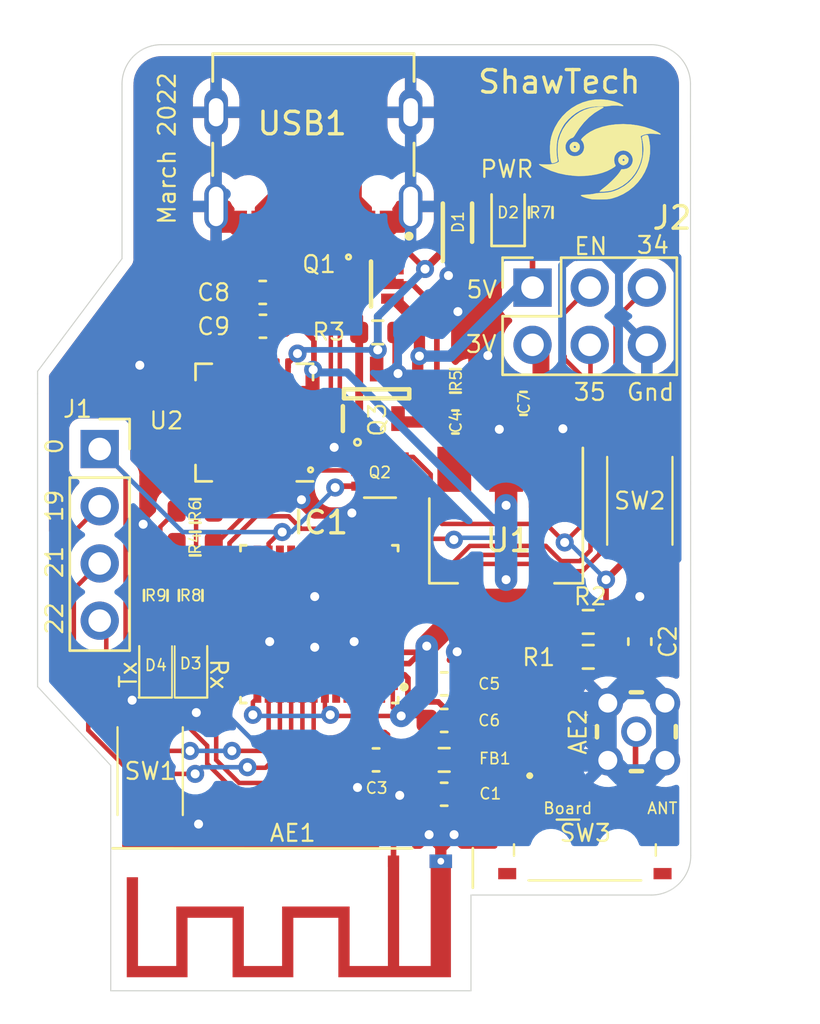
<source format=kicad_pcb>
(kicad_pcb (version 20211014) (generator pcbnew)
  (layers (0 "F.Cu" signal) (31 "B.Cu" signal) (34 "B.Paste" user) (35 "F.Paste" user) (36 "B.SilkS" user "B.Silkscreen") (37 "F.SilkS" user "F.Silkscreen") (38 "B.Mask" user) (39 "F.Mask" user) (44 "Edge.Cuts" user))
  (net 0 "")
  (net 1 "ANT")
  (net 2 "Net-(C3-Pad2)")
  (net 3 "EN")
  (net 4 "+3V3")
  (net 5 "Net-(IC1-Pad9)")
  (net 6 "GND")
  (net 7 "Net-(Q1-Pad3)")
  (net 8 "P2")
  (net 9 "Net-(AE1-Pad1)")
  (net 10 "RTS")
  (net 11 "DTR")
  (net 12 "GPIO0")
  (net 13 "VCC")
  (net 16 "D+")
  (net 17 "D-")
  (net 18 "P1")
  (net 39 "IO34")
  (net 40 "IO35")
  (net 43 "GPIO25")
  (net 44 "GPIO26")
  (net 45 "GPI027")
  (net 46 "GPI014")
  (net 47 "GPI012")
  (net 48 "GPI013")
  (net 49 "GPI015")
  (net 51 "GPIO4")
  (net 62 "GPIO18")
  (net 63 "GPIO23")
  (net 64 "GPIO19")
  (net 65 "GPIO22")
  (net 66 "GPIO21")
  (net 71 "Net-(D1-Pad2)")
  (net 72 "TXRX-")
  (net 73 "TXRX+")
  (net 74 "Net-(U2-Pad25)")
  (net 75 "Net-(D2-Pad1)")
  (net 76 "Net-(D4-Pad2)")
  (net 77 "Net-(D3-Pad2)")
  (net 78 "Net-(U2-Pad26)")
  (net 85 "Net-(SW3-PadC1)")
  (footprint "Merlin:DIODE_SOD2513X120N" (layer "F.Cu") (at 131.9 94.4 90)
    (fp_text reference "D1")
    (fp_text value "TBD" hide)
  )
  (footprint "Merlin:ESP32-PICO-D4-PQFN50P700X700X104-49N" (layer "F.Cu") (at 125.7625 112.225 180)
    (fp_text reference "IC1")
    (fp_text value "ESP32-PICO-D4" hide)
  )
  (footprint "Merlin:BCM857BS_SOT65P210X110-6N" (layer "F.Cu") (at 128.06 97.125)
    (fp_text reference "Q1")
    (fp_text value "BCM857BS" hide)
  )
  (footprint "Resistor_SMD:R_0603_1608Metric" (layer "F.Cu") (at 137.709022 112.125 180)
    (fp_text reference "R2")
    (fp_text value "0" hide)
  )
  (footprint "Capacitor_SMD:C_0603_1608Metric" (layer "F.Cu") (at 128.285 118.25)
    (fp_text reference "C3")
    (fp_text value "TBD" hide)
  )
  (footprint "Resistor_SMD:R_0603_1608Metric" (layer "F.Cu") (at 120.05 110.95 90)
    (fp_text reference "R8")
    (fp_text value "1K" hide)
  )
  (footprint "Capacitor_SMD:C_0603_1608Metric" (layer "F.Cu") (at 140 113 -90)
    (fp_text reference "C2")
    (fp_text value ".1uF" hide)
  )
  (footprint "Merlin:CJ2301_SOT95P240X115-3N" (layer "F.Cu") (at 128.31 102 90)
    (fp_text reference "Q3")
    (fp_text value "AO3401A" hide)
  )
  (footprint "LED_SMD:LED_0603_1608Metric" (layer "F.Cu") (at 118.5 114 90)
    (fp_text reference "D4")
    (fp_text value "Green" hide)
  )
  (footprint "Merlin:Switch_SKRKAEE020" (layer "F.Cu") (at 140 106.75 90)
    (fp_text reference "SW2")
    (fp_text value "EN" hide)
  )
  (footprint "Merlin:SAMTEC_MMCX-P-P-H-RA-TH1" (layer "F.Cu") (at 139.8475 117 90)
    (fp_text reference "AE2")
    (fp_text value " ")
  )
  (footprint "Resistor_SMD:R_0603_1608Metric" (layer "F.Cu") (at 137.709022 113.675 180)
    (fp_text reference "R1")
    (fp_text value "10K" hide)
  )
  (footprint "Package_TO_SOT_SMD:SOT-363_SC-70-6" (layer "F.Cu") (at 128.46 105.45)
    (fp_text reference "Q2")
    (fp_text value "UMH3N" hide)
  )
  (footprint "Capacitor_SMD:C_0603_1608Metric" (layer "F.Cu") (at 123.26 99)
    (fp_text reference "C9")
    (fp_text value "100nF" hide)
  )
  (footprint "Resistor_SMD:R_0603_1608Metric" (layer "F.Cu") (at 131.81 101.425)
    (fp_text reference "R5")
    (fp_text value "10K" hide)
  )
  (footprint "Capacitor_SMD:C_0603_1608Metric" (layer "F.Cu") (at 131.31 114.875 180)
    (fp_text reference "C5")
    (fp_text value "TBD" hide)
  )
  (footprint "Connector_PinSocket_2.54mm:PinSocket_1x04_P2.54mm_Vertical" (layer "F.Cu") (at 116.009022 104.45)
    (fp_text reference "J1")
    (fp_text value "Conn_01x04" hide)
  )
  (footprint "Resistor_SMD:R_0603_1608Metric" (layer "F.Cu") (at 120.25 108.65)
    (fp_text reference "R4")
    (fp_text value "470" hide)
  )
  (footprint "Package_DFN_QFN:QFN-28-1EP_5x5mm_P0.5mm_EP3.35x3.35mm" (layer "F.Cu") (at 122.875 103.275 180)
    (fp_text reference "U2")
    (fp_text value "CP2102N-Axx-xQFN28" hide)
  )
  (footprint "Capacitor_SMD:C_0603_1608Metric" (layer "F.Cu") (at 131.31 116.5 180)
    (fp_text reference "C6")
    (fp_text value "TBD" hide)
  )
  (footprint "Merlin:Switch_SKRKAEE020" (layer "F.Cu") (at 118.25 118.75 -90)
    (fp_text reference "SW1")
    (fp_text value "Boot" hide)
  )
  (footprint "Capacitor_SMD:C_0603_1608Metric" (layer "F.Cu") (at 134.834022 102.425)
    (fp_text reference "C7")
    (fp_text value "10uF" hide)
  )
  (footprint "LED_SMD:LED_0603_1608Metric" (layer "F.Cu") (at 120.05 114 90)
    (fp_text reference "D3")
    (fp_text value "Orange" hide)
  )
  (footprint "RF_Antenna:Texas_SWRA117D_2.4GHz_Right" (layer "F.Cu") (at 129.06 122.75 180)
    (fp_text reference "AE1")
    (fp_text value "Antenna_Dipole" hide)
  )
  (footprint "Resistor_SMD:R_0603_1608Metric" (layer "F.Cu") (at 120.25 107.2)
    (fp_text reference "R6")
    (fp_text value "0" hide)
  )
  (footprint "Merlin:MSK12C02" (layer "F.Cu") (at 137.56 122.25)
    (fp_text reference "SW3")
    (fp_text value "MSK12C02" hide)
  )
  (footprint "Capacitor_SMD:C_0603_1608Metric" (layer "F.Cu") (at 123.25 97.5)
    (fp_text reference "C8")
    (fp_text value "10uF" hide)
  )
  (footprint "Resistor_SMD:R_0603_1608Metric" (layer "F.Cu") (at 135.6 93.95 90)
    (fp_text reference "R7")
    (fp_text value "2K" hide)
  )
  (footprint "Resistor_SMD:R_0603_1608Metric" (layer "F.Cu") (at 128.36 99.275 180)
    (fp_text reference "R3")
    (fp_text value "47K" hide)
  )
  (footprint "Resistor_SMD:R_0603_1608Metric" (layer "F.Cu") (at 131.31 118.25 180)
    (fp_text reference "FB1")
    (fp_text value "FerriteBead" hide)
  )
  (footprint "LED_SMD:LED_0603_1608Metric" (layer "F.Cu") (at 134.15 93.95 90)
    (fp_text reference "D2")
    (fp_text value "LED" hide)
  )
  (footprint "Connector_PinSocket_2.54mm:PinSocket_2x03_P2.54mm_Vertical" (layer "F.Cu") (at 135.234022 97.285 90)
    (fp_text reference "J2")
    (fp_text value "Conn_01x06" hide)
  )
  (footprint "Package_TO_SOT_SMD:SOT-223-3_TabPin2" (layer "F.Cu") (at 134.06 108.5 -90)
    (fp_text reference "U1")
    (fp_text value "AMS1117" hide)
  )
  (footprint "Merlin:USBC_HRO_TYPE-C-31-M-12" (layer "F.Cu") (at 125.5 89.5 180)
    (fp_text reference "USB1")
    (fp_text value " ")
  )
  (footprint "Resistor_SMD:R_0603_1608Metric" (layer "F.Cu") (at 118.5 110.95 -90)
    (fp_text reference "R9")
    (fp_text value "1K" hide)
  )
  (footprint "Capacitor_SMD:C_0603_1608Metric" (layer "F.Cu") (at 131.81 103.25 180)
    (fp_text reference "C4")
    (fp_text value "10uF" hide)
  )
  (footprint "Merlin:ShawTech" (layer "F.Cu") (at 138.096217 91.131605)
    (fp_text reference "G***" hide)
    (fp_text value "LOGO" hide)
  )
  (footprint "Capacitor_SMD:C_0603_1608Metric" (layer "F.Cu") (at 131.31 119.775)
    (fp_text reference "C1")
    (fp_text value "TBD" hide)
  )
  (gr_line (start 116.584022 122.175) (end 129.89 122.18) (layer "F.SilkS") (width 0.12))
  (gr_line (start 132.584022 122.175) (end 132.584022 123.925) (layer "F.SilkS") (width 0.12))
  (gr_line (start 113.25 102) (end 113.25 101) (layer "Edge.Cuts") (width 0.05))
  (gr_line (start 116.5 128.5) (end 116.5 120.75) (layer "Edge.Cuts") (width 0.05))
  (gr_line (start 117 90.25) (end 117 88.25) (layer "Edge.Cuts") (width 0.05))
  (gr_line (start 113.25 115) (end 113.25 102) (layer "Edge.Cuts") (width 0.05))
  (gr_arc (start 140.5 86.5) (mid 141.737437 87.012563) (end 142.25 88.25) (layer "Edge.Cuts") (width 0.05))
  (gr_line (start 116.5 120.75) (end 116.5 118.5) (layer "Edge.Cuts") (width 0.05))
  (gr_arc (start 142.262563 122.5) (mid 141.75 123.737437) (end 140.512563 124.25) (layer "Edge.Cuts") (width 0.05))
  (gr_line (start 142.25 88.25) (end 142.262563 122.5) (layer "Edge.Cuts") (width 0.05))
  (gr_line (start 117 90.25) (end 117 96) (layer "Edge.Cuts") (width 0.05))
  (gr_line (start 116.81 96.25) (end 113.25 101) (layer "Edge.Cuts") (width 0.05))
  (gr_line (start 118.75 86.5) (end 140.5 86.5) (layer "Edge.Cuts") (width 0.05))
  (gr_line (start 117 96) (end 116.81 96.25) (layer "Edge.Cuts") (width 0.05))
  (gr_line (start 140.512563 124.25) (end 132.5 124.25) (layer "Edge.Cuts") (width 0.05))
  (gr_line (start 132.5 128.5) (end 116.5 128.5) (layer "Edge.Cuts") (width 0.05))
  (gr_line (start 116.5 118.5) (end 113.25 115) (layer "Edge.Cuts") (width 0.05))
  (gr_line (start 132.5 124.25) (end 132.5 128.5) (layer "Edge.Cuts") (width 0.05))
  (gr_arc (start 117 88.25) (mid 117.512563 87.012563) (end 118.75 86.5) (layer "Edge.Cuts") (width 0.05))
  (gr_text "Rx" (at 121.3 113.7 270) (layer "F.SilkS") (effects (font (size 0.75 0.75) (thickness 0.1)) (justify left)))
  (gr_text "3V" (at 132.209022 99.8) (layer "F.SilkS") (effects (font (size 0.75 0.75) (thickness 0.1)) (justify left)))
  (gr_text "Gnd" (at 139.359022 101.925) (layer "F.SilkS") (effects (font (size 0.75 0.75) (thickness 0.1)) (justify left)))
  (gr_text "5V" (at 132.234022 97.375) (layer "F.SilkS") (effects (font (size 0.75 0.75) (thickness 0.1)) (justify left)))
  (gr_text "EN" (at 137.025 95.45) (layer "F.SilkS") (effects (font (size 0.75 0.75) (thickness 0.1)) (justify left)))
  (gr_text "PWR" (at 132.85 92.025) (layer "F.SilkS") (effects (font (size 0.75 0.75) (thickness 0.1)) (justify left)))
  (gr_text "Tx" (at 117.275 115.125 90) (layer "F.SilkS") (effects (font (size 0.75 0.75) (thickness 0.1)) (justify left)))
  (gr_text "34" (at 139.8 95.4) (layer "F.SilkS") (effects (font (size 0.75 0.75) (thickness 0.1)) (justify left)))
  (gr_text "21" (at 114 110.25 90) (layer "F.SilkS") (effects (font (size 0.75 0.75) (thickness 0.1)) (justify left)))
  (gr_text "35" (at 137 101.925) (layer "F.SilkS") (effects (font (size 0.75 0.75) (thickness 0.1)) (justify left)))
  (gr_text "ShawTech" (at 136.425 88.15) (layer "F.SilkS") (effects (font (size 1 1))))
  (gr_text "March 2022" (at 119 94.55 90) (layer "F.SilkS") (effects (font (size 0.75 0.75) (thickness 0.1)) (justify left)))
  (gr_text "Board" (at 136.8 120.4) (layer "F.SilkS") (effects (font (size 0.5 0.5) (thickness 0.075))))
  (gr_text "19" (at 114 107.75 90) (layer "F.SilkS") (effects (font (size 0.75 0.75) (thickness 0.1)) (justify left)))
  (gr_text "0" (at 114 104.75 90) (layer "F.SilkS") (effects (font (size 0.75 0.75) (thickness 0.1)) (justify left)))
  (gr_text "22" (at 114 112.75 90) (layer "F.SilkS") (effects (font (size 0.75 0.75) (thickness 0.1)) (justify left)))
  (gr_text "ANT" (at 141 120.4) (layer "F.SilkS") (effects (font (size 0.5 0.5) (thickness 0.075))))
  (segment (start 132.135 119.45) (end 132.085 119.5) (width 0.25) (layer "F.Cu") (net 1))
  (segment (start 132.135 119.725) (end 132.085 119.775) (width 0.5) (layer "F.Cu") (net 1))
  (segment (start 132.135 118.25) (end 132.135 119.725) (width 0.5) (layer "F.Cu") (net 1))
  (segment (start 138.31 119.935) (end 136.625 118.25) (width 0.3) (layer "F.Cu") (net 1))
  (segment (start 138.31 120.4) (end 138.31 119.935) (width 0.3) (layer "F.Cu") (net 1))
  (segment (start 132.135 118) (end 132.135 119.45) (width 0.25) (layer "F.Cu") (net 1))
  (segment (start 136.625 118.25) (end 132.135 118.25) (width 0.3) (layer "F.Cu") (net 1))
  (segment (start 129.55 114.475) (end 129.0275 114.475) (width 0.25) (layer "F.Cu") (net 2))
  (segment (start 130.485 118) (end 131.31 117.175) (width 0.25) (layer "F.Cu") (net 2))
  (segment (start 130 115.675) (end 129.7 115.375) (width 0.25) (layer "F.Cu") (net 2))
  (segment (start 129.085 118.25) (end 130.485 118.25) (width 0.5) (layer "F.Cu") (net 2))
  (segment (start 129.7 114.625) (end 129.55 114.475) (width 0.25) (layer "F.Cu") (net 2))
  (segment (start 129.7 115.375) (end 129.7 114.625) (width 0.25) (layer "F.Cu") (net 2))
  (segment (start 131.31 117.175) (end 131.31 115.935) (width 0.25) (layer "F.Cu") (net 2))
  (segment (start 131.31 115.935) (end 131.05 115.675) (width 0.25) (layer "F.Cu") (net 2))
  (segment (start 131.05 115.675) (end 130 115.675) (width 0.25) (layer "F.Cu") (net 2))
  (segment (start 136.624511 100.301144) (end 136.624511 98.434511) (width 0.2) (layer "F.Cu") (net 3))
  (segment (start 138.5 112.090978) (end 138.534022 112.125) (width 0.25) (layer "F.Cu") (net 3))
  (segment (start 140 108.85) (end 139.9 108.85) (width 0.3) (layer "F.Cu") (net 3))
  (segment (start 139.9 108.85) (end 138.5 110.25) (width 0.3) (layer "F.Cu") (net 3))
  (segment (start 137.409511 107.849511) (end 137.409511 101.200489) (width 0.2) (layer "F.Cu") (net 3))
  (segment (start 138.534022 112.125) (end 138.534022 113.675) (width 0.5) (layer "F.Cu") (net 3))
  (segment (start 130.710489 106.475489) (end 130.710489 105.575489) (width 0.2) (layer "F.Cu") (net 3))
  (segment (start 137.409511 101.200489) (end 136.659022 100.45) (width 0.2) (layer "F.Cu") (net 3))
  (segment (start 130.710489 105.575489) (end 129.935 104.8) (width 0.2) (layer "F.Cu") (net 3))
  (segment (start 130.710489 107.276467) (end 130.710489 106.475489) (width 0.2) (layer "F.Cu") (net 3))
  (segment (start 131.209022 107.775) (end 130.710489 107.276467) (width 0.2) (layer "F.Cu") (net 3))
  (segment (start 138.534022 113.675) (end 140.159022 113.675) (width 0.5) (layer "F.Cu") (net 3))
  (segment (start 136.659022 100.45) (end 136.659022 100.335655) (width 0.2) (layer "F.Cu") (net 3))
  (segment (start 136.624511 98.434511) (end 137.774022 97.285) (width 0.2) (layer "F.Cu") (net 3))
  (segment (start 135.83925 107.775) (end 131.209022 107.775) (width 0.2) (layer "F.Cu") (net 3))
  (segment (start 136.661636 108.597386) (end 135.83925 107.775) (width 0.2) (layer "F.Cu") (net 3))
  (segment (start 136.661636 108.597386) (end 137.409511 107.849511) (width 0.2) (layer "F.Cu") (net 3))
  (segment (start 129.935 104.8) (end 129.41 104.8) (width 0.2) (layer "F.Cu") (net 3))
  (segment (start 136.659022 100.335655) (end 136.624511 100.301144) (width 0.2) (layer "F.Cu") (net 3))
  (segment (start 138.5 110.25) (end 138.5 112.090978) (width 0.25) (layer "F.Cu") (net 3))
  (via (at 138.5 110.25) (size 0.8) (drill 0.4) (layers "F.Cu" "B.Cu") (net 3))
  (via (at 136.661636 108.597386) (size 0.8) (drill 0.4) (layers "F.Cu" "B.Cu") (net 3))
  (segment (start 136.661636 108.597386) (end 136.847386 108.597386) (width 0.2) (layer "B.Cu") (net 3))
  (segment (start 136.847386 108.597386) (end 138.5 110.25) (width 0.2) (layer "B.Cu") (net 3))
  (segment (start 136.661636 108.597386) (end 136.963194 108.597386) (width 0.2) (layer "B.Cu") (net 3))
  (segment (start 125.525 99.608562) (end 125.525 100.776) (width 0.25) (layer "F.Cu") (net 4))
  (segment (start 122.813 116.25) (end 122.813 115.6895) (width 0.2) (layer "F.Cu") (net 4))
  (segment (start 125.325 102.275) (end 125.345 102.275) (width 0.35) (layer "F.Cu") (net 4))
  (segment (start 130.26 113.475) (end 130.535 113.2) (width 0.25) (layer "F.Cu") (net 4))
  (segment (start 130.535 113.2) (end 131.0225 112.7125) (width 1) (layer "F.Cu") (net 4))
  (segment (start 127.5125 115.85936) (end 127.95157 116.29843) (width 0.2) (layer "F.Cu") (net 4))
  (segment (start 129.0275 114.975) (end 129.0275 115.9275) (width 0.2) (layer "F.Cu") (net 4))
  (segment (start 127.5125 115.49) (end 127.5125 115.85936) (width 0.2) (layer "F.Cu") (net 4))
  (segment (start 129.76 113.975) (end 130.535 113.2) (width 0.25) (layer "F.Cu") (net 4))
  (segment (start 134.06 113.175) (end 134.06 111.65) (width 0.5) (layer "F.Cu") (net 4))
  (segment (start 125.325 101.775) (end 125.325 101.095) (width 0.35) (layer "F.Cu") (net 4))
  (segment (start 126.212 116.29843) (end 127.95157 116.29843) (width 0.2) (layer "F.Cu") (net 4))
  (segment (start 136.884022 113.675) (end 134.56 113.675) (width 0.5) (layer "F.Cu") (net 4))
  (segment (start 129.0275 113.975) (end 129.76 113.975) (width 0.25) (layer "F.Cu") (net 4))
  (segment (start 125.6 101.04) (end 125.49 100.93) (width 0.35) (layer "F.Cu") (net 4))
  (segment (start 135.609022 100.2) (end 135.234022 99.825) (width 0.75) (layer "F.Cu") (net 4))
  (segment (start 131.0225 112.7125) (end 132.085 111.65) (width 1) (layer "F.Cu") (net 4))
  (segment (start 122.813 115.6895) (end 123.0125 115.49) (width 0.2) (layer "F.Cu") (net 4))
  (segment (start 131.699822 108.43548) (end 131.740288 108.475946) (width 0.2) (layer "F.Cu") (net 4))
  (segment (start 125.6 102.02) (end 125.6 101.04) (width 0.35) (layer "F.Cu") (net 4))
  (segment (start 124.035 99) (end 124.916438 99) (width 0.25) (layer "F.Cu") (net 4))
  (segment (start 127.95314 116.3) (end 129.41 116.3) (width 0.2) (layer "F.Cu") (net 4))
  (segment (start 129.41 116.3) (end 130.335 116.3) (width 0.2) (layer "F.Cu") (net 4))
  (segment (start 124.916438 99) (end 125.525 99.608562) (width 0.25) (layer "F.Cu") (net 4))
  (segment (start 135.609022 102.425) (end 135.609022 100.2) (width 0.75) (layer "F.Cu") (net 4))
  (segment (start 125.325 101.095) (end 125.49 100.93) (width 0.35) (layer "F.Cu") (net 4))
  (segment (start 134.06 105.35) (end 134.06 106.95) (width 1) (layer "F.Cu") (net 4))
  (segment (start 135.609022 103.15) (end 134.06 104.699022) (width 0.75) (layer "F.Cu") (net 4))
  (segment (start 125.345 102.275) (end 125.6 102.02) (width 0.35) (layer "F.Cu") (net 4))
  (segment (start 125.5125 108.96) (end 125.5125 108.644616) (width 0.2) (layer "F.Cu") (net 4))
  (segment (start 125.325 102.275) (end 125.325 101.775) (width 0.35) (layer "F.Cu") (net 4))
  (segment (start 130.335 116.3) (end 130.535 116.5) (width 0.2) (layer "F.Cu") (net 4))
  (segment (start 127.95157 116.29843) (end 127.95314 116.3) (width 0.2) (layer "F.Cu") (net 4))
  (segment (start 130.535 114.875) (end 130.535 113.2) (width 0.75) (layer "F.Cu") (net 4))
  (segment (start 129.0275 113.975) (end 129.0275 113.475) (width 0.25) (layer "F.Cu") (net 4))
  (segment (start 124.025 97.5) (end 124.025 98.99) (width 0.75) (layer "F.Cu") (net 4))
  (segment (start 129.0275 113.475) (end 130.26 113.475) (width 0.25) (layer "F.Cu") (net 4))
  (segment (start 125.5125 108.644616) (end 125.721636 108.43548) (width 0.2) (layer "F.Cu") (net 4))
  (segment (start 135.609022 102.425) (end 135.609022 103.15) (width 0.75) (layer "F.Cu") (net 4))
  (segment (start 124.025 98.99) (end 124.035 99) (width 0.75) (layer "F.Cu") (net 4))
  (segment (start 134.56 113.675) (end 134.06 113.175) (width 0.5) (layer "F.Cu") (net 4))
  (segment (start 125.721636 108.43548) (end 131.699822 108.43548) (width 0.2) (layer "F.Cu") (net 4))
  (segment (start 129.0275 115.9275) (end 129.4 116.3) (width 0.2) (layer "F.Cu") (net 4))
  (segment (start 126.0125 115.49) (end 126.0125 116.09893) (width 0.2) (layer "F.Cu") (net 4))
  (segment (start 134.06 104.699022) (end 134.06 105.35) (width 0.75) (layer "F.Cu") (net 4))
  (via (at 134.06 110.25) (size 0.8) (drill 0.4) (layers "F.Cu" "B.Cu") (net 4))
  (via (at 122.813 116.25) (size 0.8) (drill 0.4) (layers "F.Cu" "B.Cu") (net 4))
  (via (at 131.740288 108.475946) (size 0.8) (drill 0.4) (layers "F.Cu" "B.Cu") (net 4))
  (via (at 125.49 100.93) (size 0.8) (drill 0.4) (layers "F.Cu" "B.Cu") (net 4))
  (via (at 129.4 116.3) (size 0.8) (drill 0.4) (layers "F.Cu" "B.Cu") (net 4))
  (via (at 130.535 113.2) (size 0.8) (drill 0.4) (layers "F.Cu" "B.Cu") (net 4))
  (via (at 134.06 106.95) (size 0.8) (drill 0.4) (layers "F.Cu" "B.Cu") (net 4))
  (via (at 126.25 116.25) (size 0.8) (drill 0.4) (layers "F.Cu" "B.Cu") (net 4))
  (segment (start 134.06 106.95) (end 134.06 108.149022) (width 1) (layer "B.Cu") (net 4))
  (segment (start 133.4105 107.5995) (end 134.06 106.95) (width 0.2) (layer "B.Cu") (net 4))
  (segment (start 130.535 115.165) (end 129.4 116.3) (width 1) (layer "B.Cu") (net 4))
  (segment (start 134.06 109.675) (end 134.06 110.25) (width 1) (layer "B.Cu") (net 4))
  (segment (start 134.06 108.149022) (end 134.06 109.675) (width 1) (layer "B.Cu") (net 4))
  (segment (start 130.535 113.2) (end 130.535 115.165) (width 1) (layer "B.Cu") (net 4))
  (segment (start 131.825128 108.391106) (end 133.817916 108.391106) (width 0.2) (layer "B.Cu") (net 4))
  (segment (start 122.86143 116.29843) (end 122.813 116.25) (width 0.2) (layer "B.Cu") (net 4))
  (segment (start 126.985 101.05) (end 133.685 107.75) (width 0.35) (layer "B.Cu") (net 4))
  (segment (start 133.817916 108.391106) (end 134.06 108.149022) (width 0.2) (layer "B.Cu") (net 4))
  (segment (start 126.985 101.05) (end 125.61 101.05) (width 0.35) (layer "B.Cu") (net 4))
  (segment (start 126.212 116.29843) (end 122.86143 116.29843) (width 0.2) (layer "B.Cu") (net 4))
  (segment (start 125.61 101.05) (end 125.49 100.93) (width 0.35) (layer "B.Cu") (net 4))
  (segment (start 129.0275 110.975) (end 131.36049 110.975) (width 0.2) (layer "F.Cu") (net 5))
  (segment (start 131.36049 110.975) (end 131.842745 110.492745) (width 0.2) (layer "F.Cu") (net 5))
  (segment (start 136.884022 110.975) (end 136.884022 112.125) (width 0.2) (layer "F.Cu") (net 5))
  (segment (start 135.459511 109.550489) (end 135.796522 109.8875) (width 0.2) (layer "F.Cu") (net 5))
  (segment (start 132.785001 109.550489) (end 135.459511 109.550489) (width 0.2) (layer "F.Cu") (net 5))
  (segment (start 131.842745 110.492745) (end 132.785001 109.550489) (width 0.2) (layer "F.Cu") (net 5))
  (segment (start 135.796522 109.8875) (end 136.884022 110.975) (width 0.2) (layer "F.Cu") (net 5))
  (segment (start 125.56 107.29) (end 124.972378 106.702378) (width 0.5) (layer "F.Cu") (net 6))
  (segment (start 136.56 105.55) (end 136.36 105.35) (width 1) (layer "F.Cu") (net 6))
  (segment (start 133.759022 103.575) (end 133.434022 103.25) (width 0.35) (layer "F.Cu") (net 6))
  (segment (start 129.185 99.275) (end 129.185 101.025) (width 0.35) (layer "F.Cu") (net 6))
  (segment (start 131.885 113.45) (end 131.885 114.675) (width 0.3) (layer "F.Cu") (net 6))
  (segment (start 117.94 107.79) (end 117.94 106.445) (width 0.25) (layer "F.Cu") (net 6))
  (segment (start 132.585 103.25) (end 132.585 101.475) (width 0.35) (layer "F.Cu") (net 6))
  (segment (start 125.325 103.775) (end 125.825 103.775) (width 0.2) (layer "F.Cu") (net 6))
  (segment (start 131.16 122.09) (end 130.64 121.57) (width 0.5) (layer "F.Cu") (net 6))
  (segment (start 136.51 105.5) (end 136.36 105.35) (width 1) (layer "F.Cu") (net 6))
  (segment (start 131.16 122.09) (end 131.23 122.09) (width 0.5) (layer "F.Cu") (net 6))
  (segment (start 123.375 103.775) (end 122.875 103.275) (width 0.2) (layer "F.Cu") (net 6))
  (segment (start 125.825 103.775) (end 126.425 104.375) (width 0.2) (layer "F.Cu") (net 6))
  (segment (start 127.46 118.3) (end 127.51 118.25) (width 0.5) (layer "F.Cu") (net 6))
  (segment (start 122.25 94.595) (end 122.095 94.595) (width 0.25) (layer "F.Cu") (net 6))
  (segment (start 128.905 94.595) (end 128.824511 94.595) (width 0.75) (layer "F.Cu") (net 6))
  (segment (start 118.5 114.7875) (end 118.5 115.225) (width 0.25) (layer "F.Cu") (net 6))
  (segment (start 136.584022 103.55) (end 136.584022 105.125978) (width 0.5) (layer "F.Cu") (net 6))
  (segment (start 127.46 119.475) (end 127.46 118.3) (width 0.5) (layer "F.Cu") (net 6))
  (segment (start 127.21 107.29) (end 125.56 107.29) (width 0.5) (layer "F.Cu") (net 6))
  (segment (start 131.885 114.675) (end 132.085 114.875) (width 0.3) (layer "F.Cu") (net 6))
  (segment (start 118.125 115.6) (end 117.45 115.6) (width 0.25) (layer "F.Cu") (net 6))
  (segment (start 132.585 101.475) (end 132.635 101.425) (width 0.35) (layer "F.Cu") (net 6))
  (segment (start 122.56 98.575) (end 122.485 98.65) (width 0.5) (layer "F.Cu") (net 6))
  (segment (start 131.23 122.09) (end 131.75 121.57) (width 0.5) (layer "F.Cu") (net 6))
  (segment (start 122.095 94.595) (end 122.175489 94.595) (width 0.75) (layer "F.Cu") (net 6))
  (segment (start 131.16 122.75) (end 131.16 122.09) (width 0.5) (layer "F.Cu") (net 6))
  (segment (start 129.335 119.825) (end 130.485 119.825) (width 0.5) (layer "F.Cu") (net 6))
  (segment (start 134.059022 103.275) (end 133.759022 103.575) (width 0.35) (layer "F.Cu") (net 6))
  (segment (start 132.085 114.875) (end 132.085 116.5) (width 0.5) (layer "F.Cu") (net 6))
  (segment (start 130.485 119.825) (end 130.535 119.775) (width 0.5) (layer "F.Cu") (net 6))
  (segment (start 121.18 93.68) (end 122.095 94.595) (width 0.75) (layer "F.Cu") (net 6))
  (segment (start 134.059022 102.425) (end 134.059022 103.275) (width 0.35) (layer "F.Cu") (net 6))
  (segment (start 129.82 93.68) (end 128.905 94.595) (width 0.75) (layer "F.Cu") (net 6))
  (segment (start 120.3 116.15) (end 120.3 114.9375) (width 0.2) (layer "F.Cu") (net 6))
  (segment (start 136.584022 105.125978) (end 136.36 105.35) (width 0.5) (layer "F.Cu") (net 6))
  (segment (start 129.185 101.025) (end 129.26 101.1) (width 0.35) (layer "F.Cu") (net 6))
  (segment (start 133.434022 103.25) (end 132.585 103.25) (width 0.35) (layer "F.Cu") (net 6))
  (segment (start 125.325 103.775) (end 123.375 103.775) (width 0.2) (layer "F.Cu") (net 6))
  (segment (start 118.5 115.225) (end 118.125 115.6) (width 0.25) (layer "F.Cu") (net 6))
  (via (at 129.26 101.1) (size 0.8) (drill 0.4) (layers "F.Cu" "B.Cu") (net 6))
  (via (at 123.56 113) (size 0.8) (drill 0.4) (layers "F.Cu" "B.Cu") (net 6))
  (via (at 117.79 100.73) (size 0.8) (drill 0.4) (layers "F.Cu" "B.Cu") (net 6))
  (via (at 117.45 115.6) (size 0.8) (drill 0.4) (layers "F.Cu" "B.Cu") (net 6))
  (via (at 124.972378 106.702378) (size 0.8) (drill 0.4) (layers "F.Cu" "B.Cu") (net 6))
  (via (at 127.46 119.475) (size 0.8) (drill 0.4) (layers "F.Cu" "B.Cu") (net 6))
  (via (at 140 111) (size 0.8) (drill 0.4) (layers "F.Cu" "B.Cu") (net 6))
  (via (at 136.584022 103.55) (size 0.8) (drill 0.4) (layers "F.Cu" "B.Cu") (net 6))
  (via (at 117.94 107.79) (size 0.8) (drill 0.4) (layers "F.Cu" "B.Cu") (net 6))
  (via (at 130.64 121.57) (size 0.8) (drill 0.4) (layers "F.Cu" "B.Cu") (net 6))
  (via (at 120.3 116.15) (size 0.8) (drill 0.4) (layers "F.Cu" "B.Cu") (net 6))
  (via (at 127.31 113) (size 0.8) (drill 0.4) (layers "F.Cu" "B.Cu") (net 6))
  (via (at 125.56 111) (size 0.8) (drill 0.4) (layers "F.Cu" "B.Cu") (net 6))
  (via (at 131.885 113.45) (size 0.8) (drill 0.4) (layers "F.Cu" "B.Cu") (net 6))
  (via (at 133.759022 103.575) (size 0.8) (drill 0.4) (layers "F.Cu" "B.Cu") (net 6))
  (via (at 131.92 98.35) (size 0.8) (drill 0.4) (layers "F.Cu" "B.Cu") (net 6))
  (via (at 125.56 113.25) (size 0.8) (drill 0.4) (layers "F.Cu" "B.Cu") (net 6))
  (via (at 129.335 119.825) (size 0.8) (drill 0.4) (layers "F.Cu" "B.Cu") (net 6))
  (via (at 126.425 104.375) (size 0.8) (drill 0.4) (layers "F.Cu" "B.Cu") (net 6))
  (via (at 127.21 107.29) (size 0.8) (drill 0.4) (layers "F.Cu" "B.Cu") (net 6))
  (via (at 131.75 121.57) (size 0.8) (drill 0.4) (layers "F.Cu" "B.Cu") (net 6))
  (via (at 120.4 121.1) (size 0.8) (drill 0.4) (layers "F.Cu" "B.Cu") (net 6))
  (via (at 133.25 100.3) (size 0.8) (drill 0.4) (layers "F.Cu" "B.Cu") (net 6))
  (via (at 131.5 96.75) (size 0.8) (drill 0.4) (layers "F.Cu" "B.Cu") (net 6))
  (segment (start 140 95.65) (end 141.375 95.65) (width 0.35) (layer "B.Cu") (net 6))
  (segment (start 121.58 93.13) (end 121.21 93.5) (width 0.5) (layer "B.Cu") (net 6))
  (segment (start 140.443501 115.056001) (end 141.1175 115.73) (width 1) (layer "B.Cu") (net 6))
  (segment (start 122.95 117.525) (end 126.65 117.525) (width 0.2) (layer "B.Cu") (net 6))
  (segment (start 132.45 101.1) (end 129.26 101.1) (width 0.35) (layer "B.Cu") (net 6))
  (segment (start 141.1175 115.73) (end 141.221011 115.833511) (width 1) (layer "B.Cu") (net 6))
  (segment (start 133.984022 101.15) (end 133.984022 101.034022) (width 0.35) (layer "B.Cu") (net 6))
  (segment (start 120.3 116.15) (end 121.575 116.15) (width 0.2) (layer "B.Cu") (net 6))
  (segment (start 136.549511 96.300489) (end 136.549511 100.900489) (width 0.35) (layer "B.Cu") (net 6))
  (segment (start 139.075 96.625) (end 138.375 95.925) (width 0.35) (layer "B.Cu") (net 6))
  (segment (start 141.675 95.95) (end 141.675 109.325) (width 0.35) (layer "B.Cu") (net 6))
  (segment (start 141.221011 115.833511) (end 141.221011 118.166489) (width 1) (layer "B.Cu") (net 6))
  (segment (start 138.473989 115.833511) (end 138.473989 118.166489) (width 1) (layer "B.Cu") (net 6))
  (segment (start 138.5775 115.73) (end 139.251499 115.056001) (width 1) (layer "B.Cu") (net 6))
  (segment (start 131.5 96.75) (end 129.26 98.99) (width 0.35) (layer "B.Cu") (net 6))
  (segment (start 138.375 95.925) (end 137.195 95.925) (width 0.35) (layer "B.Cu") (net 6))
  (segment (start 139.075 100.85) (end 139.075 98.585978) (width 0.35) (layer "B.Cu") (net 6))
  (segment (start 141.375 95.65) (end 141.675 95.95) (width 0.35) (layer "B.Cu") (net 6))
  (segment (start 137.195 95.925) (end 136.925 95.925) (width 0.35) (layer "B.Cu") (net 6))
  (segment (start 140.443501 118.943999) (end 139.251499 118.943999) (width 1) (layer "B.Cu") (net 6))
  (segment (start 127.55 118.425) (end 127.55 119.385) (width 0.2) (layer "B.Cu") (net 6))
  (segment (start 121.575 116.15) (end 122.95 117.525) (width 0.2) (layer "B.Cu") (net 6))
  (segment (start 131.5 96.75) (end 132.325 95.925) (width 0.35) (layer "B.Cu") (net 6))
  (segment (start 139.251499 118.943999) (end 138.5775 118.27) (width 1) (layer "B.Cu") (net 6))
  (segment (start 136.584022 103.340978) (end 139.075 100.85) (width 0.35) (layer "B.Cu") (net 6))
  (segment (start 139.075 96.925) (end 139.075 96.625) (width 0.35) (layer "B.Cu") (net 6))
  (segment (start 138.5775 118.27) (end 135.23 118.27) (width 1) (layer "B.Cu") (net 6))
  (segment (start 141.1175 118.27) (end 140.443501 118.943999) (width 1) (layer "B.Cu") (net 6))
  (segment (start 127.55 119.385) (end 127.46 119.475) (width 0.2) (layer "B.Cu") (net 6))
  (segment (start 141.221011 118.166489) (end 141.1175 118.27) (width 1) (layer "B.Cu") (net 6))
  (segment (start 135.625 101.825) (end 134.659022 101.825) (width 0.35) (layer "B.Cu") (net 6))
  (segment (start 138.5775 115.73) (end 134.165 115.73) (width 1) (layer "B.Cu") (net 6))
  (segment (start 133.25 100.3) (end 132.45 101.1) (width 0.35) (layer "B.Cu") (net 6))
  (segment (start 138.473989 118.166489) (end 138.5775 118.27) (width 1) (layer "B.Cu") (net 6))
  (segment (start 141.675 109.325) (end 140 111) (width 0.35) (layer "B.Cu") (net 6))
  (segment (start 138.5775 115.73) (end 138.473989 115.833511) (width 1) (layer "B.Cu") (net 6))
  (segment (start 139.075 96.575) (end 140 95.65) (width 0.35) (layer "B.Cu") (net 6))
  (segment (start 131.090175 98.35) (end 131.92 98.35) (width 0.35) (layer "B.Cu") (net 6))
  (segment (start 136.925 95.925) (end 136.549511 96.300489) (width 0.35) (layer "B.Cu") (net 6))
  (segment (start 129.26 98.99) (end 129.26 101.1) (width 0.35) (layer "B.Cu") (net 6))
  (segment (start 129.26 101.1) (end 129.26 100.180175) (width 0.35) (layer "B.Cu") (net 6))
  (segment (start 133.984022 101.034022) (end 133.25 100.3) (width 0.35) (layer "B.Cu") (net 6))
  (segment (start 134.659022 101.825) (end 133.984022 101.15) (width 0.35) (layer "B.Cu") (net 6))
  (segment (start 134.165 115.73) (end 131.885 113.45) (width 1) (layer "B.Cu") (net 6))
  (segment (start 136.584022 103.55) (end 136.584022 103.340978) (width 0.35) (layer "B.Cu") (net 6))
  (segment (start 129.26 100.180175) (end 131.090175 98.35) (width 0.35) (layer "B.Cu") (net 6))
  (segment (start 132.325 95.925) (end 137.195 95.925) (width 0.35) (layer "B.Cu") (net 6))
  (segment (start 139.075 98.585978) (end 140.314022 99.825) (width 0.35) (layer "B.Cu") (net 6))
  (segment (start 139.075 96.925) (end 139.075 96.575) (width 0.35) (layer "B.Cu") (net 6))
  (segment (start 126.65 117.525) (end 127.55 118.425) (width 0.2) (layer "B.Cu") (net 6))
  (segment (start 139.075 98.585978) (end 139.075 96.925) (width 0.35) (layer "B.Cu") (net 6))
  (segment (start 139.251499 115.056001) (end 140.443501 115.056001) (width 1) (layer "B.Cu") (net 6))
  (segment (start 136.549511 100.900489) (end 135.625 101.825) (width 0.35) (layer "B.Cu") (net 6))
  (segment (start 127.36 103.1) (end 127.535 102.925) (width 0.35) (layer "F.Cu") (net 7))
  (segment (start 127.535 98.6) (end 127.11 98.175) (width 0.35) (layer "F.Cu") (net 7))
  (segment (start 127.11 98.175) (end 127.11 97.775) (width 0.35) (layer "F.Cu") (net 7))
  (segment (start 127.535 99.275) (end 127.535 98.6) (width 0.35) (layer "F.Cu") (net 7))
  (segment (start 127.535 102.925) (end 127.535 99.275) (width 0.35) (layer "F.Cu") (net 7))
  (segment (start 130.985 101.425) (end 130.985 98.215) (width 0.25) (layer "F.Cu") (net 8))
  (segment (start 129.01 97.125) (end 127.11 97.125) (width 0.3) (layer "F.Cu") (net 8))
  (segment (start 129.88 97.11) (end 129.865 97.125) (width 0.25) (layer "F.Cu") (net 8))
  (segment (start 129.01 96.475) (end 129.01 97.125) (width 0.3) (layer "F.Cu") (net 8))
  (segment (start 130.985 98.215) (end 129.88 97.11) (width 0.25) (layer "F.Cu") (net 8))
  (segment (start 129.865 97.125) (end 129.01 97.125) (width 0.25) (layer "F.Cu") (net 8))
  (segment (start 129.0345 97.1495) (end 129.01 97.125) (width 0.35) (layer "F.Cu") (net 8))
  (segment (start 129.06 121.949022) (end 129.06 122.75) (width 0.25) (layer "F.Cu") (net 9))
  (segment (start 130.239022 120.77) (end 129.06 121.949022) (width 0.25) (layer "F.Cu") (net 9))
  (segment (start 132.96 120.4) (end 132.59 120.77) (width 0.25) (layer "F.Cu") (net 9))
  (segment (start 132.59 120.77) (end 130.239022 120.77) (width 0.25) (layer "F.Cu") (net 9))
  (segment (start 135.31 120.4) (end 132.96 120.4) (width 0.25) (layer "F.Cu") (net 9))
  (segment (start 122.964011 107.435989) (end 121.77452 108.62548) (width 0.2) (layer "F.Cu") (net 10))
  (segment (start 128.885 105.45) (end 128.235 104.8) (width 0.2) (layer "F.Cu") (net 10))
  (segment (start 120.643093 106.42548) (end 122.14452 106.42548) (width 0.2) (layer "F.Cu") (net 10))
  (segment (start 121.77452 108.62548) (end 121.77452 109.131907) (width 0.2) (layer "F.Cu") (net 10))
  (segment (start 124.919487 107.95) (end 124.684744 107.715256) (width 0.2) (layer "F.Cu") (net 10))
  (segment (start 120.29 106.778574) (end 120.643093 106.42548) (width 0.2) (layer "F.Cu") (net 10))
  (segment (start 121.77452 109.131907) (end 121.481907 109.42452) (width 0.2) (layer "F.Cu") (net 10))
  (segment (start 122.375 106.195) (end 122.375 105.725) (width 0.2) (layer "F.Cu") (net 10))
  (segment (start 128.530489 107.989511) (end 124.958999 107.989511) (width 0.2) (layer "F.Cu") (net 10))
  (segment (start 120.668093 109.42452) (end 120.29 109.046427) (width 0.2) (layer "F.Cu") (net 10))
  (segment (start 130.235 105.75) (end 130.235 106.285) (width 0.2) (layer "F.Cu") (net 10))
  (segment (start 128.235 104.8) (end 127.51 104.8) (width 0.2) (layer "F.Cu") (net 10))
  (segment (start 129.935 105.45) (end 130.235 105.75) (width 0.2) (layer "F.Cu") (net 10))
  (segment (start 129.41 105.45) (end 129.935 105.45) (width 0.2) (layer "F.Cu") (net 10))
  (segment (start 122.14452 106.42548) (end 122.375 106.195) (width 0.2) (layer "F.Cu") (net 10))
  (segment (start 124.405476 107.435989) (end 122.964011 107.435989) (width 0.2) (layer "F.Cu") (net 10))
  (segment (start 124.684744 107.715256) (end 124.405476 107.435989) (width 0.2) (layer "F.Cu") (net 10))
  (segment (start 124.958999 107.989511) (end 124.684744 107.715256) (width 0.2) (layer "F.Cu") (net 10))
  (segment (start 121.481907 109.42452) (end 120.668093 109.42452) (width 0.2) (layer "F.Cu") (net 10))
  (segment (start 120.29 109.046427) (end 120.29 106.778574) (width 0.2) (layer "F.Cu") (net 10))
  (segment (start 130.235 106.285) (end 128.530489 107.989511) (width 0.2) (layer "F.Cu") (net 10))
  (segment (start 129.41 105.45) (end 128.885 105.45) (width 0.2) (layer "F.Cu") (net 10))
  (segment (start 129.41 106.1) (end 128.885 106.1) (width 0.2) (layer "F.Cu") (net 11))
  (segment (start 125.77377 105.400489) (end 124.699511 105.400489) (width 0.2) (layer "F.Cu") (net 11))
  (segment (start 127.460489 105.400489) (end 125.77377 105.400489) (width 0.2) (layer "F.Cu") (net 11))
  (segment (start 124.699511 105.400489) (end 124.375 105.725) (width 0.2) (layer "F.Cu") (net 11))
  (segment (start 127.51 105.45) (end 127.460489 105.400489) (width 0.2) (layer "F.Cu") (net 11))
  (segment (start 128.885 106.1) (end 128.235 105.45) (width 0.2) (layer "F.Cu") (net 11))
  (segment (start 128.235 105.45) (end 127.51 105.45) (width 0.2) (layer "F.Cu") (net 11))
  (segment (start 126.564 106.1) (end 126.492 106.172) (width 0.25) (layer "F.Cu") (net 12))
  (segment (start 117.158533 113.691467) (end 116.7 114.15) (width 0.2) (layer "F.Cu") (net 12))
  (segment (start 127.51 106.1) (end 126.564 106.1) (width 0.25) (layer "F.Cu") (net 12))
  (segment (start 116.7 116.4) (end 116.95 116.65) (width 0.2) (layer "F.Cu") (net 12))
  (segment (start 123.5125 108.644616) (end 124.021616 108.1355) (width 0.2) (layer "F.Cu") (net 12))
  (segment (start 124.021616 108.1355) (end 124.115728 108.1355) (width 0.2) (layer "F.Cu") (net 12))
  (segment (start 117.158533 105.599511) (end 117.158533 113.691467) (width 0.2) (layer "F.Cu") (net 12))
  (segment (start 116.009022 104.45) (end 117.158533 105.599511) (width 0.2) (layer "F.Cu") (net 12))
  (segment (start 116.95 116.65) (end 118.25 116.65) (width 0.2) (layer "F.Cu") (net 12))
  (segment (start 116.7 114.15) (end 116.7 116.4) (width 0.2) (layer "F.Cu") (net 12))
  (segment (start 123.5125 108.96) (end 123.5125 108.644616) (width 0.2) (layer "F.Cu") (net 12))
  (via (at 126.47 106.16) (size 0.8) (drill 0.4) (layers "F.Cu" "B.Cu") (net 12))
  (via (at 124.115728 108.1355) (size 0.8) (drill 0.4) (layers "F.Cu" "B.Cu") (net 12))
  (segment (start 119.694522 108.1355) (end 116.009022 104.45) (width 0.2) (layer "B.Cu") (net 12))
  (segment (start 124.115728 108.1355) (end 124.5285 108.1355) (width 0.2) (layer "B.Cu") (net 12))
  (segment (start 116.1 104.45) (end 116.009022 104.45) (width 0.25) (layer "B.Cu") (net 12))
  (segment (start 124.115728 108.1355) (end 119.694522 108.1355) (width 0.2) (layer "B.Cu") (net 12))
  (segment (start 124.5285 108.1355) (end 126.492 106.172) (width 0.2) (layer "B.Cu") (net 12))
  (segment (start 129.41 103.25) (end 129.26 103.1) (width 0.5) (layer "F.Cu") (net 13))
  (segment (start 135.6 94.775) (end 135.234022 95.140978) (width 0.25) (layer "F.Cu") (net 13))
  (segment (start 130.13548 100.40002) (end 130.13548 102.35048) (width 0.5) (layer "F.Cu") (net 13))
  (segment (start 135.234022 95.140978) (end 135.234022 97.285) (width 0.25) (layer "F.Cu") (net 13))
  (segment (start 131.035 103.275) (end 131.035 103.25) (width 0.5) (layer "F.Cu") (net 13))
  (segment (start 130.13548 102.35048) (end 131.035 103.25) (width 0.5) (layer "F.Cu") (net 13))
  (segment (start 130.2105 100.325) (end 130.13548 100.40002) (width 0.5) (layer "F.Cu") (net 13))
  (segment (start 131.035 103.25) (end 129.41 103.25) (width 0.5) (layer "F.Cu") (net 13))
  (segment (start 131.76 105.35) (end 131.76 104) (width 0.5) (layer "F.Cu") (net 13))
  (segment (start 130.2105 98.906941) (end 129.10307 97.799511) (width 0.5) (layer "F.Cu") (net 13))
  (segment (start 131.76 104) (end 131.035 103.275) (width 0.5) (layer "F.Cu") (net 13))
  (segment (start 130.2105 100.325) (end 130.2105 98.906941) (width 0.5) (layer "F.Cu") (net 13))
  (via (at 130.2105 100.325) (size 0.8) (drill 0.4) (layers "F.Cu" "B.Cu") (net 13))
  (segment (start 130.2105 100.325) (end 131.584022 100.325) (width 0.5) (layer "B.Cu") (net 13))
  (segment (start 131.584022 100.325) (end 134.624022 97.285) (width 0.5) (layer "B.Cu") (net 13))
  (segment (start 125.235 96.177702) (end 125.725 95.687702) (width 0.2) (layer "F.Cu") (net 16))
  (segment (start 125.325 103.275) (end 126.2 103.275) (width 0.2) (layer "F.Cu") (net 16))
  (segment (start 125.235 97.31) (end 125.235 96.177702) (width 0.2) (layer "F.Cu") (net 16))
  (segment (start 125.725 95.687702) (end 125.725 95.195) (width 0.2) (layer "F.Cu") (net 16))
  (segment (start 126.675 102.8) (end 126.675 98.75) (width 0.2) (layer "F.Cu") (net 16))
  (segment (start 126.2 103.275) (end 126.675 102.8) (width 0.2) (layer "F.Cu") (net 16))
  (segment (start 126.675 98.75) (end 125.235 97.31) (width 0.2) (layer "F.Cu") (net 16))
  (segment (start 125.95 102.775) (end 125.325 102.775) (width 0.2) (layer "F.Cu") (net 17))
  (segment (start 126.275 98.915006) (end 126.275 102.45) (width 0.2) (layer "F.Cu") (net 17))
  (segment (start 125.275 95.501302) (end 124.785 95.991302) (width 0.2) (layer "F.Cu") (net 17))
  (segment (start 124.785 97.425006) (end 126.275 98.915006) (width 0.2) (layer "F.Cu") (net 17))
  (segment (start 125.275 95.195) (end 125.275 95.501302) (width 0.2) (layer "F.Cu") (net 17))
  (segment (start 126.275 102.45) (end 125.95 102.775) (width 0.2) (layer "F.Cu") (net 17))
  (segment (start 124.785 95.991302) (end 124.785 97.425006) (width 0.2) (layer "F.Cu") (net 17))
  (segment (start 125.25 95.17) (end 125.275 95.195) (width 0.2) (layer "F.Cu") (net 17))
  (segment (start 124.375 100.825) (end 124.375 100.631643) (width 0.25) (layer "F.Cu") (net 18))
  (segment (start 131.9 95.562) (end 131.358 95.562) (width 0.35) (layer "F.Cu") (net 18))
  (segment (start 129.8 95.8) (end 130.46 96.46) (width 0.25) (layer "F.Cu") (net 18))
  (segment (start 127.635978 96.475) (end 127.11 96.475) (width 0.25) (layer "F.Cu") (net 18))
  (segment (start 128.310978 95.8) (end 129.8 95.8) (width 0.25) (layer "F.Cu") (net 18))
  (segment (start 128.31 100.098574) (end 128.36 100.048574) (width 0.25) (layer "F.Cu") (net 18))
  (segment (start 124.375 100.825) (end 124.375 100.549395) (width 0.25) (layer "F.Cu") (net 18))
  (segment (start 128.310978 95.8) (end 127.635978 96.475) (width 0.25) (layer "F.Cu") (net 18))
  (segment (start 124.375 100.631643) (end 124.793673 100.21297) (width 0.25) (layer "F.Cu") (net 18))
  (segment (start 131.358 95.562) (end 130.46 96.46) (width 0.35) (layer "F.Cu") (net 18))
  (segment (start 128.31 100.9) (end 128.31 100.098574) (width 0.25) (layer "F.Cu") (net 18))
  (via (at 124.793673 100.21297) (size 0.8) (drill 0.4) (layers "F.Cu" "B.Cu") (net 18))
  (via (at 128.36 100.048574) (size 0.8) (drill 0.4) (layers "F.Cu" "B.Cu") (net 18))
  (via (at 130.46 96.46) (size 0.8) (drill 0.4) (layers "F.Cu" "B.Cu") (net 18))
  (segment (start 128.36 98.56) (end 128.36 100.048574) (width 0.35) (layer "B.Cu") (net 18))
  (segment (start 128.283948 100.124626) (end 128.36 100.048574) (width 0.25) (layer "B.Cu") (net 18))
  (segment (start 128.36 100.048574) (end 124.958069 100.048574) (width 0.25) (layer "B.Cu") (net 18))
  (segment (start 130.46 96.46) (end 128.36 98.56) (width 0.35) (layer "B.Cu") (net 18))
  (segment (start 124.958069 100.048574) (end 124.793673 100.21297) (width 0.25) (layer "B.Cu") (net 18))
  (segment (start 131.295484 110.475) (end 131.572742 110.197742) (width 0.2) (layer "F.Cu") (net 39))
  (segment (start 138.923533 101.335489) (end 138.923533 98.675489) (width 0.2) (layer "F.Cu") (net 39))
  (segment (start 137.449517 109.874511) (end 138.208551 109.115477) (width 0.2) (layer "F.Cu") (net 39))
  (segment (start 132.619515 109.150969) (end 135.660969 109.150969) (width 0.2) (layer "F.Cu") (net 39))
  (segment (start 138.923533 98.675489) (end 140.314022 97.285) (width 0.2) (layer "F.Cu") (net 39))
  (segment (start 131.572742 110.197742) (end 132.619515 109.150969) (width 0.2) (layer "F.Cu") (net 39))
  (segment (start 138.208551 109.115477) (end 138.208551 102.050471) (width 0.2) (layer "F.Cu") (net 39))
  (segment (start 129.0275 110.475) (end 131.295484 110.475) (width 0.2) (layer "F.Cu") (net 39))
  (segment (start 135.660969 109.150969) (end 136.384511 109.874511) (width 0.2) (layer "F.Cu") (net 39))
  (segment (start 136.384511 109.874511) (end 137.449517 109.874511) (width 0.2) (layer "F.Cu") (net 39))
  (segment (start 138.208551 102.050471) (end 138.923533 101.335489) (width 0.2) (layer "F.Cu") (net 39))
  (segment (start 137.334022 109.425) (end 137.809031 108.949991) (width 0.2) (layer "F.Cu") (net 40))
  (segment (start 131.230478 109.975) (end 131.627739 109.577739) (width 0.2) (layer "F.Cu") (net 40))
  (segment (start 131.627739 109.577739) (end 132.454029 108.751449) (width 0.2) (layer "F.Cu") (net 40))
  (segment (start 137.809031 99.860009) (end 137.774022 99.825) (width 0.2) (layer "F.Cu") (net 40))
  (segment (start 132.454029 108.751449) (end 135.826456 108.75145) (width 0.2) (layer "F.Cu") (net 40))
  (segment (start 135.826456 108.75145) (end 136.500006 109.425) (width 0.2) (layer "F.Cu") (net 40))
  (segment (start 137.809031 102.175009) (end 137.809031 99.860009) (width 0.2) (layer "F.Cu") (net 40))
  (segment (start 129.0275 109.975) (end 131.230478 109.975) (width 0.2) (layer "F.Cu") (net 40))
  (segment (start 137.809031 108.949991) (end 137.809031 102.175009) (width 0.2) (layer "F.Cu") (net 40))
  (segment (start 136.500006 109.425) (end 137.334022 109.425) (width 0.2) (layer "F.Cu") (net 40))
  (segment (start 120.021498 117.85) (end 117.55 117.85) (width 0.2) (layer "F.Cu") (net 64))
  (segment (start 116.30048 112.361458) (end 116.009022 112.07) (width 0.2) (layer "F.Cu") (net 64))
  (segment (start 121.882553 117.85) (end 123.275 117.85) (width 0.2) (layer "F.Cu") (net 64))
  (segment (start 117.55 117.85) (end 116.30048 116.60048) (width 0.2) (layer "F.Cu") (net 64))
  (segment (start 123.5125 117.6125) (end 123.5125 115.49) (width 0.2) (layer "F.Cu") (net 64))
  (segment (start 116.30048 116.60048) (end 116.30048 112.361458) (width 0.2) (layer "F.Cu") (net 64))
  (segment (start 123.275 117.85) (end 123.5125 117.6125) (width 0.2) (layer "F.Cu") (net 64))
  (segment (start 120.023249 117.851751) (end 120.021498 117.85) (width 0.2) (layer "F.Cu") (net 64))
  (via (at 121.882553 117.85) (size 0.8) (drill 0.4) (layers "F.Cu" "B.Cu") (net 64))
  (via (at 120.023249 117.851751) (size 0.8) (drill 0.4) (layers "F.Cu" "B.Cu") (net 64))
  (segment (start 121.882553 117.85) (end 120.025 117.85) (width 0.2) (layer "B.Cu") (net 64))
  (segment (start 120.025 117.85) (end 120.023249 117.851751) (width 0.2) (layer "B.Cu") (net 64))
  (segment (start 122.595722 118.6) (end 123.375 118.6) (width 0.2) (layer "F.Cu") (net 65))
  (segment (start 122.571222 118.5755) (end 122.595722 118.6) (width 0.2) (layer "F.Cu") (net 65))
  (segment (start 124.0125 117.9625) (end 124.0125 115.49) (width 0.2) (layer "F.Cu") (net 65))
  (segment (start 115.90096 114.415486) (end 115.90096 116.765966) (width 0.2) (layer "F.Cu") (net 65))
  (segment (start 114.859511 110.679511) (end 114.859511 113.374037) (width 0.2) (layer "F.Cu") (net 65))
  (segment (start 115.90096 116.765966) (end 118.006951 118.871957) (width 0.2) (layer "F.Cu") (net 65))
  (segment (start 123.375 118.6) (end 124.0125 117.9625) (width 0.2) (layer "F.Cu") (net 65))
  (segment (start 116.009022 109.53) (end 114.859511 110.679511) (width 0.2) (layer "F.Cu") (net 65))
  (segment (start 114.859511 113.374037) (end 115.90096 114.415486) (width 0.2) (layer "F.Cu") (net 65))
  (segment (start 118.006951 118.871957) (end 120.249358 118.871957) (width 0.2) (layer "F.Cu") (net 65))
  (via (at 120.249358 118.871957) (size 0.8) (drill 0.4) (layers "F.Cu" "B.Cu") (net 65))
  (via (at 122.571222 118.5755) (size 0.8) (drill 0.4) (layers "F.Cu" "B.Cu") (net 65))
  (segment (start 122.571222 118.5755) (end 120.545815 118.5755) (width 0.2) (layer "B.Cu") (net 65))
  (segment (start 120.545815 118.5755) (end 120.249358 118.871957) (width 0.2) (layer "B.Cu") (net 65))
  (segment (start 114.459991 113.539523) (end 115.501441 114.580973) (width 0.2) (layer "F.Cu") (net 66))
  (segment (start 116.009022 106.99) (end 114.459991 108.539031) (width 0.2) (layer "F.Cu") (net 66))
  (segment (start 114.459991 108.539031) (end 114.459991 113.539523) (width 0.2) (layer "F.Cu") (net 66))
  (segment (start 115.501441 114.580973) (end 115.50144 116.931452) (width 0.2) (layer "F.Cu") (net 66))
  (segment (start 123.952 120.142) (end 125.5125 118.5815) (width 0.2) (layer "F.Cu") (net 66))
  (segment (start 115.50144 116.931452) (end 118.711988 120.142) (width 0.2) (layer "F.Cu") (net 66))
  (segment (start 118.711988 120.142) (end 123.952 120.142) (width 0.2) (layer "F.Cu") (net 66))
  (segment (start 125.5125 118.5815) (end 125.5125 115.49) (width 0.2) (layer "F.Cu") (net 66))
  (segment (start 127.5 93.319984) (end 127.5 92.5) (width 0.3) (layer "F.Cu") (net 71))
  (segment (start 128.58048 91.41952) (end 131.21952 91.41952) (width 0.3) (layer "F.Cu") (net 71))
  (segment (start 123.05 93.769984) (end 125.400464 91.41952) (width 0.3) (layer "F.Cu") (net 71))
  (segment (start 123.05 94.595) (end 123.05 93.769984) (width 0.3) (layer "F.Cu") (net 71))
  (segment (start 131.9 92.1) (end 131.9 93.238) (width 0.3) (layer "F.Cu") (net 71))
  (segment (start 127.95 93.769984) (end 127.5 93.319984) (width 0.3) (layer "F.Cu") (net 71))
  (segment (start 125.400464 91.41952) (end 129.064502 91.41952) (width 0.3) (layer "F.Cu") (net 71))
  (segment (start 127.5 92.5) (end 128.58048 91.41952) (width 0.3) (layer "F.Cu") (net 71))
  (segment (start 131.21952 91.41952) (end 131.9 92.1) (width 0.3) (layer "F.Cu") (net 71))
  (segment (start 127.95 94.595) (end 127.95 93.769984) (width 0.3) (layer "F.Cu") (net 71))
  (segment (start 121.183053 118.254853) (end 121.183053 111.158053) (width 0.2) (layer "F.Cu") (net 72))
  (segment (start 123.5918 119.275) (end 122.2032 119.275) (width 0.2) (layer "F.Cu") (net 72))
  (segment (start 119.425 109.25) (end 120.3 110.125) (width 0.2) (layer "F.Cu") (net 72))
  (segment (start 121.183053 111.158053) (end 120.3 110.275) (width 0.2) (layer "F.Cu") (net 72))
  (segment (start 119.425 108.65) (end 119.425 109.25) (width 0.2) (layer "F.Cu") (net 72))
  (segment (start 124.5125 118.3543) (end 123.5918 119.275) (width 0.2) (layer "F.Cu") (net 72))
  (segment (start 124.5125 115.49) (end 124.5125 118.3543) (width 0.2) (layer "F.Cu") (net 72))
  (segment (start 122.2032 119.275) (end 121.183053 118.254853) (width 0.2) (layer "F.Cu") (net 72))
  (segment (start 120.783533 118.420339) (end 120.783533 117.622792) (width 0.2) (layer "F.Cu") (net 73))
  (segment (start 119.27548 110.90048) (end 118.5 110.125) (width 0.2) (layer "F.Cu") (net 73))
  (segment (start 122.088194 119.725) (end 120.783533 118.420339) (width 0.2) (layer "F.Cu") (net 73))
  (segment (start 119.4 107.2) (end 118.70048 107.89952) (width 0.2) (layer "F.Cu") (net 73))
  (segment (start 118.70048 107.89952) (end 118.70048 109.92548) (width 0.2) (layer "F.Cu") (net 73))
  (segment (start 119.1 107.575) (end 119.418573 107.575) (width 0.2) (layer "F.Cu") (net 73))
  (segment (start 119.27548 115.32548) (end 119.27548 110.90048) (width 0.2) (layer "F.Cu") (net 73))
  (segment (start 125.0125 115.49) (end 125.0125 118.4907) (width 0.2) (layer "F.Cu") (net 73))
  (segment (start 125.0125 118.4907) (end 123.7782 119.725) (width 0.2) (layer "F.Cu") (net 73))
  (segment (start 119.600489 116.439748) (end 119.600489 115.650489) (width 0.2) (layer "F.Cu") (net 73))
  (segment (start 123.7782 119.725) (end 122.088194 119.725) (width 0.2) (layer "F.Cu") (net 73))
  (segment (start 120.783533 117.622792) (end 119.600489 116.439748) (width 0.2) (layer "F.Cu") (net 73))
  (segment (start 119.600489 115.650489) (end 119.27548 115.32548) (width 0.2) (layer "F.Cu") (net 73))
  (segment (start 122.875 106.265) (end 122.875 105.725) (width 0.2) (layer "F.Cu") (net 74))
  (segment (start 121.075 107.2) (end 121.94 107.2) (width 0.2) (layer "F.Cu") (net 74))
  (segment (start 121.94 107.2) (end 122.875 106.265) (width 0.2) (layer "F.Cu") (net 74))
  (segment (start 134.15 94.575) (end 135.6 93.125) (width 0.25) (layer "F.Cu") (net 75))
  (segment (start 134.15 94.7375) (end 134.15 94.575) (width 0.25) (layer "F.Cu") (net 75))
  (segment (start 118.5 113.3625) (end 118.5 111.925) (width 0.2) (layer "F.Cu") (net 76))
  (segment (start 120.3 113.3625) (end 120.3 111.925) (width 0.2) (layer "F.Cu") (net 77))
  (segment (start 123.375 106.455) (end 121.18 108.65) (width 0.2) (layer "F.Cu") (net 78))
  (segment (start 123.375 105.725) (end 123.375 106.455) (width 0.2) (layer "F.Cu") (net 78))
  (segment (start 121.18 108.65) (end 121.075 108.65) (width 0.2) (layer "F.Cu") (net 78))
  (segment (start 139.81 120.4) (end 139.81 117.0375) (width 0.25) (layer "F.Cu") (net 85))
  (segment (start 139.81 117.0375) (end 139.8475 117) (width 0.25) (layer "F.Cu") (net 85))
  (zone (net 6) (net_name "GND") (layer "F.Cu") (connect_pads (clearance 0.508)) (min_thickness 0.254) (fill yes (thermal_gap 0.508) (thermal_bridge_width 0.508))
    (polygon (pts (xy 147.884022 101.35) (xy 148.009022 122.175) (xy 111.884022 122.225) (xy 111.809022 86.25) (xy 142.5 85)))
  )
  (zone (net 6) (net_name "GND") (layer "B.Cu") (connect_pads (clearance 0.508)) (min_thickness 0.254) (fill yes (thermal_gap 0.508) (thermal_bridge_width 0.508))
    (polygon (pts (xy 147.9 102.175) (xy 147.9 122.08) (xy 111.58 122.08) (xy 111.58 85.75) (xy 142.5 86.25)))
  )
)
</source>
